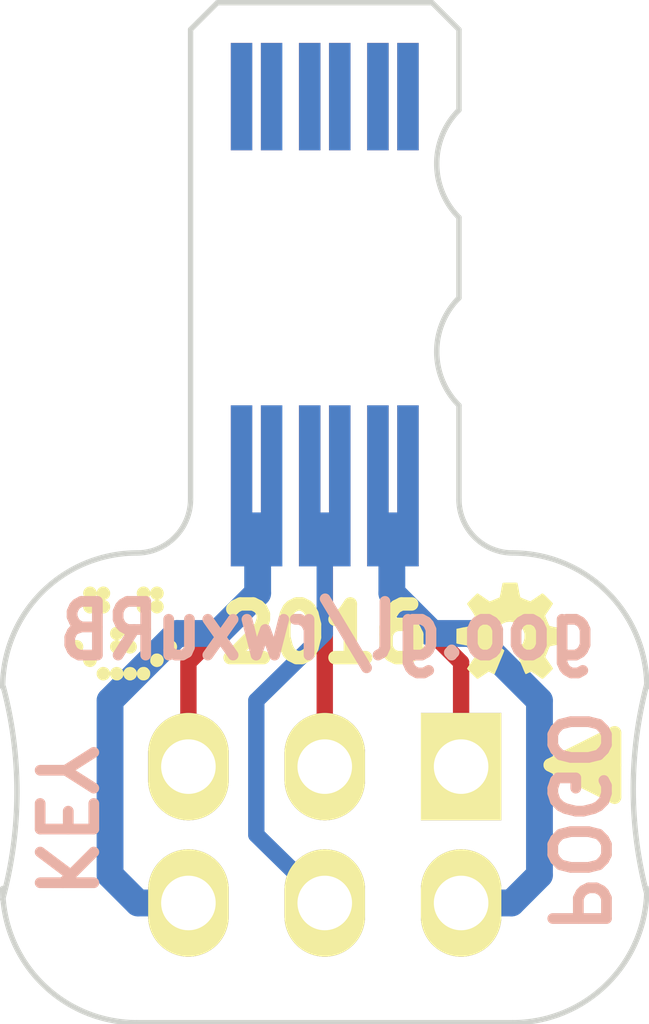
<source format=kicad_pcb>
(kicad_pcb (version 20171130) (host pcbnew "(5.1.0-69-gb00413b7d)")

  (general
    (thickness 1.6)
    (drawings 30)
    (tracks 54)
    (zones 0)
    (modules 4)
    (nets 7)
  )

  (page User 140.005 140.005)
  (title_block
    (title "AVR-ISP pogo-plug 1.27mm")
    (date 2016-01-26)
    (rev 0.21.e)
    (company "2015 - blog.spitzenpfeil.org")
  )

  (layers
    (0 F.Cu signal)
    (31 B.Cu signal)
    (36 B.SilkS user hide)
    (37 F.SilkS user)
    (38 B.Mask user hide)
    (39 F.Mask user hide)
    (44 Edge.Cuts user)
  )

  (setup
    (last_trace_width 0.3048)
    (user_trace_width 0.25)
    (user_trace_width 0.5)
    (user_trace_width 0.75)
    (user_trace_width 1)
    (trace_clearance 0.2032)
    (zone_clearance 0.508)
    (zone_45_only yes)
    (trace_min 0.2032)
    (via_size 0.635)
    (via_drill 0.3302)
    (via_min_size 0.635)
    (via_min_drill 0.3302)
    (uvia_size 0.508)
    (uvia_drill 0.127)
    (uvias_allowed no)
    (uvia_min_size 0.508)
    (uvia_min_drill 0.127)
    (edge_width 0.1)
    (segment_width 0.15)
    (pcb_text_width 0.3)
    (pcb_text_size 1.5 1.5)
    (mod_edge_width 0.1)
    (mod_text_size 1.5 1.5)
    (mod_text_width 0.15)
    (pad_size 1.5 2)
    (pad_drill 1.016)
    (pad_to_mask_clearance 0)
    (aux_axis_origin 0 0)
    (visible_elements 7FFFFFFF)
    (pcbplotparams
      (layerselection 0x010f0_ffffffff)
      (usegerberextensions true)
      (usegerberattributes false)
      (usegerberadvancedattributes false)
      (creategerberjobfile false)
      (excludeedgelayer true)
      (linewidth 0.150000)
      (plotframeref false)
      (viasonmask false)
      (mode 1)
      (useauxorigin false)
      (hpglpennumber 1)
      (hpglpenspeed 20)
      (hpglpendiameter 15.000000)
      (psnegative false)
      (psa4output false)
      (plotreference true)
      (plotvalue true)
      (plotinvisibletext false)
      (padsonsilk false)
      (subtractmaskfromsilk true)
      (outputformat 1)
      (mirror false)
      (drillshape 0)
      (scaleselection 1)
      (outputdirectory "gerber_files/"))
  )

  (net 0 "")
  (net 1 /GND)
  (net 2 /MISO)
  (net 3 /MOSI)
  (net 4 /RESET)
  (net 5 /SCK)
  (net 6 /V-target)

  (net_class Default "This is the default net class."
    (clearance 0.2032)
    (trace_width 0.3048)
    (via_dia 0.635)
    (via_drill 0.3302)
    (uvia_dia 0.508)
    (uvia_drill 0.127)
    (add_net /GND)
    (add_net /MISO)
    (add_net /MOSI)
    (add_net /RESET)
    (add_net /SCK)
    (add_net /V-target)
  )

  (module MADW__PIN_ARRAY_3x2_1.27mm (layer F.Cu) (tedit 56A7B90D) (tstamp 5CE724C7)
    (at 68.5 68)
    (descr "Male 3x2 header with 1.27mm raster")
    (tags "CONN, header, male, 3x2, 1.27mm")
    (path /51A0EE07)
    (clearance 0.15)
    (fp_text reference P2 (at 0 -1) (layer F.SilkS) hide
      (effects (font (size 1 1) (thickness 0.2)))
    )
    (fp_text value CONN_6 (at 0 1) (layer F.SilkS) hide
      (effects (font (size 1 1) (thickness 0.2)))
    )
    (pad ~ smd rect (at -1.55 -3.75) (size 0.4 2) (layers F.Cu F.Mask))
    (pad ~ smd rect (at -0.28 -3.75) (size 0.4 2) (layers F.Cu F.Mask))
    (pad ~ smd rect (at 0.28 -3.75) (size 0.4 2) (layers F.Cu F.Mask))
    (pad ~ smd rect (at -0.99 -3.75) (size 0.4 2) (layers F.Cu F.Mask))
    (pad ~ smd rect (at 0.99 -3.75) (size 0.4 2) (layers F.Cu F.Mask))
    (pad ~ smd rect (at 1.55 -3.75) (size 0.4 2) (layers F.Cu F.Mask))
    (pad ~ smd rect (at -1.55 -3.75) (size 0.4 2) (layers B.Cu F.Mask))
    (pad ~ smd rect (at -0.28 -3.75) (size 0.4 2) (layers B.Cu F.Mask))
    (pad ~ smd rect (at 0.28 -3.75) (size 0.4 2) (layers B.Cu F.Mask))
    (pad ~ smd rect (at -0.99 -3.75) (size 0.4 2) (layers B.Cu F.Mask))
    (pad ~ smd rect (at 0.99 -3.75) (size 0.4 2) (layers B.Cu F.Mask))
    (pad ~ smd rect (at 1.55 -3.75) (size 0.4 2) (layers B.Cu F.Mask))
    (pad 1 smd rect (at 0.99 3.5) (size 0.4 3) (layers F.Cu F.Mask)
      (net 2 /MISO))
    (pad 1 smd rect (at 1.55 3.5) (size 0.4 3) (layers F.Cu F.Mask)
      (net 2 /MISO))
    (pad 1 smd rect (at 1.27 4.4958) (size 0.95 1) (layers F.Cu F.Mask)
      (net 2 /MISO))
    (pad 2 smd rect (at 0.99 3.5) (size 0.4 3) (layers B.Cu F.Mask)
      (net 6 /V-target))
    (pad 2 smd rect (at 1.55 3.5) (size 0.4 3) (layers B.Cu F.Mask)
      (net 6 /V-target))
    (pad 2 smd rect (at 1.27 4.4958) (size 0.95 1) (layers B.Cu B.Mask)
      (net 6 /V-target))
    (pad 3 smd rect (at -0.28 3.5) (size 0.4 3) (layers F.Cu F.Mask)
      (net 5 /SCK))
    (pad 3 smd rect (at 0.28 3.5) (size 0.4 3) (layers F.Cu F.Mask)
      (net 5 /SCK))
    (pad 3 smd rect (at 0 4.4958) (size 0.95 1) (layers F.Cu F.Mask)
      (net 5 /SCK))
    (pad 4 smd rect (at -0.28 3.5) (size 0.4 3) (layers B.Cu F.Mask)
      (net 3 /MOSI))
    (pad 4 smd rect (at 0.28 3.5) (size 0.4 3) (layers B.Cu F.Mask)
      (net 3 /MOSI))
    (pad 4 smd rect (at 0 4.4958) (size 0.95 1) (layers B.Cu B.Mask)
      (net 3 /MOSI))
    (pad 5 smd rect (at -0.99 3.5) (size 0.4 3) (layers F.Cu F.Mask)
      (net 4 /RESET))
    (pad 5 smd rect (at -1.55 3.5) (size 0.4 3) (layers F.Cu F.Mask)
      (net 4 /RESET))
    (pad 5 smd rect (at -1.27 4.4958) (size 0.95 1) (layers F.Cu F.Mask)
      (net 4 /RESET))
    (pad 6 smd rect (at -0.99 3.5) (size 0.4 3) (layers B.Cu F.Mask)
      (net 1 /GND))
    (pad 6 smd rect (at -1.55 3.5) (size 0.4 3) (layers B.Cu F.Mask)
      (net 1 /GND))
    (pad 6 smd rect (at -1.27 4.4958) (size 0.95 1) (layers B.Cu B.Mask)
      (net 1 /GND))
  )

  (module my_parts:MADW__PIN_ARRAY_3x2_2.54mm (layer F.Cu) (tedit 53710501) (tstamp 51A0EF26)
    (at 68.5 78)
    (descr "Male 3x2 header with 2.54mm raster")
    (tags "CONN, header, male, 3x2, 2.54mm")
    (path /51A0EDF8)
    (fp_text reference P1 (at 0 -3.81) (layer F.SilkS) hide
      (effects (font (size 1 1) (thickness 0.2)))
    )
    (fp_text value CONN_6 (at 0 3.81) (layer F.SilkS) hide
      (effects (font (size 1 1) (thickness 0.2)))
    )
    (pad 1 thru_hole rect (at 2.54 -1.27) (size 1.5 2) (drill 1.016) (layers *.Cu *.Mask F.SilkS)
      (net 2 /MISO))
    (pad 2 thru_hole oval (at 2.54 1.27) (size 1.5 2) (drill 1.016) (layers *.Cu *.Mask F.SilkS)
      (net 6 /V-target))
    (pad 3 thru_hole oval (at 0 -1.27) (size 1.5 2) (drill 1.016) (layers *.Cu *.Mask F.SilkS)
      (net 5 /SCK))
    (pad 4 thru_hole oval (at 0 1.27) (size 1.5 2) (drill 1.016) (layers *.Cu *.Mask F.SilkS)
      (net 3 /MOSI))
    (pad 5 thru_hole oval (at -2.54 -1.27) (size 1.5 2) (drill 1.016) (layers *.Cu *.Mask F.SilkS)
      (net 4 /RESET))
    (pad 6 thru_hole oval (at -2.54 1.27) (size 1.5 2) (drill 1.016) (layers *.Cu *.Mask F.SilkS)
      (net 1 /GND))
    (model Pin_Headers/Pin_Header_Angled_2x03.wrl
      (at (xyz 0 0 0))
      (scale (xyz 1 1 1))
      (rotate (xyz 0 0 180))
    )
  )

  (module OSHW-logo_silkscreen_2mm (layer F.Cu) (tedit 51A1020D) (tstamp 51A1C428)
    (at 71.95 74.2)
    (fp_text reference G2 (at 0 1.05918) (layer F.SilkS) hide
      (effects (font (size 0.127 0.127) (thickness 0.01778)))
    )
    (fp_text value OSHW-logo_silkscreen_2mm (at 0 -1.05918) (layer F.SilkS) hide
      (effects (font (size 0.0889 0.0889) (thickness 0.01778)))
    )
    (fp_poly (pts (xy -0.60452 0.89662) (xy -0.59436 0.89154) (xy -0.5715 0.8763) (xy -0.53848 0.85598)
      (xy -0.49784 0.82804) (xy -0.45974 0.80264) (xy -0.42672 0.77978) (xy -0.40386 0.76454)
      (xy -0.3937 0.75946) (xy -0.38862 0.762) (xy -0.37084 0.77216) (xy -0.3429 0.78486)
      (xy -0.32766 0.79248) (xy -0.30226 0.80518) (xy -0.28956 0.80772) (xy -0.28702 0.80264)
      (xy -0.27686 0.78486) (xy -0.26416 0.75184) (xy -0.24384 0.70866) (xy -0.22352 0.65786)
      (xy -0.20066 0.60198) (xy -0.1778 0.5461) (xy -0.15494 0.49276) (xy -0.13462 0.4445)
      (xy -0.11938 0.4064) (xy -0.10922 0.37846) (xy -0.10414 0.3683) (xy -0.10668 0.36576)
      (xy -0.11938 0.35306) (xy -0.1397 0.33782) (xy -0.18796 0.29718) (xy -0.23368 0.23876)
      (xy -0.26416 0.17272) (xy -0.27178 0.09906) (xy -0.26416 0.03302) (xy -0.23876 -0.03048)
      (xy -0.19304 -0.09144) (xy -0.13716 -0.13462) (xy -0.07112 -0.16256) (xy 0 -0.17018)
      (xy 0.06858 -0.16256) (xy 0.13462 -0.13716) (xy 0.19558 -0.09144) (xy 0.21844 -0.0635)
      (xy 0.254 -0.00254) (xy 0.27432 0.05842) (xy 0.27432 0.07366) (xy 0.27178 0.14478)
      (xy 0.25146 0.21336) (xy 0.2159 0.27178) (xy 0.16256 0.32258) (xy 0.15748 0.32766)
      (xy 0.13208 0.34544) (xy 0.11684 0.3556) (xy 0.10414 0.36576) (xy 0.19304 0.58166)
      (xy 0.20828 0.61722) (xy 0.23368 0.67564) (xy 0.254 0.72644) (xy 0.27178 0.76708)
      (xy 0.28448 0.79248) (xy 0.28956 0.80518) (xy 0.29718 0.80518) (xy 0.31242 0.8001)
      (xy 0.3429 0.78486) (xy 0.36322 0.7747) (xy 0.38608 0.76454) (xy 0.39624 0.75946)
      (xy 0.4064 0.76454) (xy 0.42672 0.77978) (xy 0.45974 0.8001) (xy 0.49784 0.8255)
      (xy 0.5334 0.8509) (xy 0.56896 0.87376) (xy 0.59182 0.889) (xy 0.60452 0.89662)
      (xy 0.60706 0.89662) (xy 0.61722 0.889) (xy 0.63754 0.87376) (xy 0.66548 0.84582)
      (xy 0.70612 0.80518) (xy 0.71374 0.8001) (xy 0.74676 0.76454) (xy 0.7747 0.73406)
      (xy 0.79502 0.71374) (xy 0.8001 0.70612) (xy 0.79502 0.69342) (xy 0.77978 0.66802)
      (xy 0.75692 0.635) (xy 0.72898 0.59436) (xy 0.65786 0.49022) (xy 0.6985 0.3937)
      (xy 0.70866 0.36322) (xy 0.7239 0.32766) (xy 0.7366 0.30226) (xy 0.74168 0.28956)
      (xy 0.75184 0.28702) (xy 0.77978 0.2794) (xy 0.81788 0.27178) (xy 0.8636 0.26416)
      (xy 0.90932 0.254) (xy 0.94742 0.24638) (xy 0.9779 0.2413) (xy 0.9906 0.23876)
      (xy 0.99314 0.23622) (xy 0.99568 0.23114) (xy 0.99822 0.21844) (xy 0.99822 0.19304)
      (xy 0.99822 0.15494) (xy 0.99822 0.09906) (xy 0.99822 0.09398) (xy 0.99822 0.04064)
      (xy 0.99822 0) (xy 0.99568 -0.0254) (xy 0.99314 -0.03556) (xy 0.98044 -0.04064)
      (xy 0.9525 -0.04572) (xy 0.9144 -0.05334) (xy 0.86614 -0.0635) (xy 0.8636 -0.0635)
      (xy 0.81534 -0.07112) (xy 0.77724 -0.08128) (xy 0.7493 -0.08636) (xy 0.7366 -0.09144)
      (xy 0.73406 -0.09398) (xy 0.7239 -0.11176) (xy 0.7112 -0.14224) (xy 0.69596 -0.1778)
      (xy 0.68072 -0.21336) (xy 0.66548 -0.24892) (xy 0.65786 -0.27178) (xy 0.65532 -0.28448)
      (xy 0.66294 -0.29464) (xy 0.67818 -0.32004) (xy 0.70104 -0.35306) (xy 0.72898 -0.3937)
      (xy 0.73152 -0.39878) (xy 0.75946 -0.43688) (xy 0.77978 -0.47244) (xy 0.79502 -0.4953)
      (xy 0.8001 -0.50546) (xy 0.8001 -0.508) (xy 0.79248 -0.51816) (xy 0.77216 -0.54102)
      (xy 0.74168 -0.5715) (xy 0.70612 -0.60706) (xy 0.69596 -0.61722) (xy 0.65786 -0.65532)
      (xy 0.62992 -0.68072) (xy 0.61214 -0.69342) (xy 0.60452 -0.6985) (xy 0.60452 -0.69596)
      (xy 0.59182 -0.69088) (xy 0.56642 -0.6731) (xy 0.5334 -0.65024) (xy 0.49276 -0.6223)
      (xy 0.49022 -0.61976) (xy 0.44958 -0.59436) (xy 0.41656 -0.5715) (xy 0.3937 -0.55626)
      (xy 0.38354 -0.54864) (xy 0.381 -0.54864) (xy 0.36576 -0.55372) (xy 0.33528 -0.56388)
      (xy 0.30226 -0.57658) (xy 0.26416 -0.59182) (xy 0.23114 -0.60706) (xy 0.20574 -0.61722)
      (xy 0.19304 -0.62484) (xy 0.18796 -0.64008) (xy 0.18288 -0.67056) (xy 0.17272 -0.7112)
      (xy 0.1651 -0.75946) (xy 0.16256 -0.76708) (xy 0.15494 -0.81534) (xy 0.14732 -0.85344)
      (xy 0.1397 -0.88138) (xy 0.13716 -0.89408) (xy 0.13208 -0.89408) (xy 0.10668 -0.89662)
      (xy 0.07112 -0.89662) (xy 0.02794 -0.89662) (xy -0.01524 -0.89662) (xy -0.05842 -0.89662)
      (xy -0.09652 -0.89408) (xy -0.12192 -0.89408) (xy -0.13462 -0.89154) (xy -0.13462 -0.889)
      (xy -0.1397 -0.8763) (xy -0.14478 -0.84582) (xy -0.15494 -0.80518) (xy -0.16256 -0.75438)
      (xy -0.1651 -0.74676) (xy -0.17272 -0.6985) (xy -0.18288 -0.6604) (xy -0.18796 -0.63246)
      (xy -0.1905 -0.6223) (xy -0.19558 -0.61976) (xy -0.21336 -0.61214) (xy -0.24638 -0.59944)
      (xy -0.28702 -0.58166) (xy -0.37846 -0.5461) (xy -0.49022 -0.6223) (xy -0.50038 -0.62992)
      (xy -0.54102 -0.65786) (xy -0.57404 -0.67818) (xy -0.5969 -0.69342) (xy -0.60706 -0.6985)
      (xy -0.61722 -0.68834) (xy -0.64008 -0.66802) (xy -0.67056 -0.63754) (xy -0.70612 -0.60452)
      (xy -0.73152 -0.57658) (xy -0.762 -0.5461) (xy -0.78232 -0.52578) (xy -0.79248 -0.51054)
      (xy -0.79756 -0.50292) (xy -0.79502 -0.49784) (xy -0.78994 -0.48514) (xy -0.77216 -0.46228)
      (xy -0.7493 -0.42672) (xy -0.72136 -0.38862) (xy -0.6985 -0.35306) (xy -0.67564 -0.3175)
      (xy -0.6604 -0.28956) (xy -0.65278 -0.27686) (xy -0.65532 -0.27178) (xy -0.66294 -0.24892)
      (xy -0.67564 -0.2159) (xy -0.69342 -0.17526) (xy -0.73152 -0.08636) (xy -0.78994 -0.0762)
      (xy -0.8255 -0.06858) (xy -0.8763 -0.06096) (xy -0.92202 -0.0508) (xy -0.99568 -0.03556)
      (xy -0.99822 0.23114) (xy -0.98806 0.23622) (xy -0.97536 0.2413) (xy -0.94996 0.24638)
      (xy -0.90932 0.254) (xy -0.8636 0.26162) (xy -0.8255 0.26924) (xy -0.78486 0.27686)
      (xy -0.75692 0.28194) (xy -0.74422 0.28448) (xy -0.74168 0.28956) (xy -0.73152 0.30988)
      (xy -0.71628 0.34036) (xy -0.70104 0.37592) (xy -0.6858 0.41402) (xy -0.6731 0.44958)
      (xy -0.66294 0.47498) (xy -0.65786 0.49022) (xy -0.66294 0.50038) (xy -0.67818 0.52324)
      (xy -0.70104 0.55626) (xy -0.72644 0.59436) (xy -0.75438 0.635) (xy -0.77724 0.66802)
      (xy -0.79248 0.69342) (xy -0.8001 0.70358) (xy -0.79502 0.7112) (xy -0.77978 0.72898)
      (xy -0.75184 0.75946) (xy -0.70612 0.80518) (xy -0.6985 0.81026) (xy -0.66548 0.84582)
      (xy -0.635 0.87122) (xy -0.61468 0.89154) (xy -0.60452 0.89662)) (layer F.SilkS) (width 0.00254))
  )

  (module LED_smile_silkscreen_2mm (layer F.Cu) (tedit 51A10207) (tstamp 51A16246)
    (at 64.75 74.25)
    (fp_text reference G1 (at 0 1.15062) (layer F.SilkS) hide
      (effects (font (size 0.127 0.127) (thickness 0.00508)))
    )
    (fp_text value LED_smile_silkscreen_2mm (at 0 -1.15062) (layer F.SilkS) hide
      (effects (font (size 0.0254 0.0254) (thickness 0.00508)))
    )
    (fp_poly (pts (xy 0.37592 0.87376) (xy 0.40132 0.87122) (xy 0.42418 0.8636) (xy 0.43434 0.85852)
      (xy 0.4572 0.84328) (xy 0.47244 0.8255) (xy 0.48514 0.80264) (xy 0.4953 0.77978)
      (xy 0.49784 0.75692) (xy 0.49784 0.73152) (xy 0.49276 0.70612) (xy 0.48006 0.68326)
      (xy 0.47244 0.6731) (xy 0.46228 0.66294) (xy 0.45212 0.65024) (xy 0.44196 0.64262)
      (xy 0.43688 0.64008) (xy 0.41656 0.62992) (xy 0.3937 0.62484) (xy 0.3683 0.62484)
      (xy 0.36068 0.62484) (xy 0.34544 0.62738) (xy 0.33528 0.62992) (xy 0.32004 0.635)
      (xy 0.30734 0.64262) (xy 0.28702 0.6604) (xy 0.26924 0.68072) (xy 0.25654 0.70358)
      (xy 0.254 0.71374) (xy 0.25146 0.72644) (xy 0.24892 0.73406) (xy 0.24892 0.7366)
      (xy 0.24892 0.73152) (xy 0.24384 0.71374) (xy 0.23876 0.6985) (xy 0.23114 0.68326)
      (xy 0.2159 0.66548) (xy 0.19812 0.6477) (xy 0.17526 0.635) (xy 0.14986 0.62738)
      (xy 0.12446 0.62484) (xy 0.11684 0.62484) (xy 0.09906 0.62738) (xy 0.07874 0.63246)
      (xy 0.0762 0.63246) (xy 0.05334 0.64516) (xy 0.03556 0.6604) (xy 0.02032 0.68072)
      (xy 0.00762 0.70104) (xy 0.00254 0.7239) (xy 0 0.7239) (xy 0 0.72898)
      (xy 0 0.73152) (xy 0 0.72898) (xy -0.00254 0.7239) (xy -0.00254 0.72136)
      (xy -0.01016 0.6985) (xy -0.02032 0.67818) (xy -0.0381 0.65786) (xy -0.05334 0.64516)
      (xy -0.07366 0.635) (xy -0.09906 0.62738) (xy -0.12446 0.62484) (xy -0.14224 0.62484)
      (xy -0.16764 0.63246) (xy -0.1905 0.64262) (xy -0.21082 0.65786) (xy -0.22606 0.67818)
      (xy -0.2286 0.68072) (xy -0.23368 0.69088) (xy -0.23876 0.6985) (xy -0.2413 0.70358)
      (xy -0.24384 0.71628) (xy -0.24638 0.72644) (xy -0.24892 0.73406) (xy -0.24892 0.7366)
      (xy -0.24892 0.73152) (xy -0.25146 0.71628) (xy -0.25908 0.70104) (xy -0.2667 0.6858)
      (xy -0.28194 0.66548) (xy -0.29972 0.6477) (xy -0.32258 0.635) (xy -0.34798 0.62738)
      (xy -0.37338 0.62484) (xy -0.39624 0.62484) (xy -0.42164 0.63246) (xy -0.44196 0.64516)
      (xy -0.46228 0.66294) (xy -0.47244 0.6731) (xy -0.4826 0.6858) (xy -0.49022 0.70358)
      (xy -0.4953 0.71628) (xy -0.49784 0.74168) (xy -0.49784 0.76454) (xy -0.49276 0.7874)
      (xy -0.4826 0.81026) (xy -0.4699 0.83058) (xy -0.45212 0.84582) (xy -0.4318 0.86106)
      (xy -0.40894 0.86868) (xy -0.38354 0.87376) (xy -0.381 0.87376) (xy -0.3556 0.87376)
      (xy -0.33274 0.86614) (xy -0.30988 0.85598) (xy -0.29972 0.8509) (xy -0.28448 0.83566)
      (xy -0.26924 0.81788) (xy -0.25908 0.8001) (xy -0.25654 0.79248) (xy -0.254 0.78232)
      (xy -0.25146 0.76962) (xy -0.24892 0.762) (xy -0.24892 0.75692) (xy -0.24892 0.762)
      (xy -0.24892 0.76708) (xy -0.24638 0.77724) (xy -0.2413 0.78994) (xy -0.23876 0.8001)
      (xy -0.23114 0.8128) (xy -0.2159 0.83312) (xy -0.19812 0.84836) (xy -0.17526 0.8636)
      (xy -0.14986 0.87122) (xy -0.14732 0.87122) (xy -0.12954 0.87376) (xy -0.11176 0.87376)
      (xy -0.09398 0.87122) (xy -0.07874 0.86614) (xy -0.05588 0.85344) (xy -0.03302 0.83566)
      (xy -0.01778 0.81788) (xy -0.00762 0.79502) (xy -0.00254 0.7747) (xy 0 0.7747)
      (xy 0 0.76708) (xy 0 0.76454) (xy 0 0.76708) (xy 0 0.77216)
      (xy 0 0.7747) (xy 0.00508 0.7874) (xy 0.01016 0.8001) (xy 0.01778 0.81534)
      (xy 0.02794 0.83058) (xy 0.04826 0.84836) (xy 0.06858 0.86106) (xy 0.09398 0.87122)
      (xy 0.09906 0.87122) (xy 0.1143 0.87376) (xy 0.13462 0.87376) (xy 0.14986 0.87122)
      (xy 0.16256 0.86614) (xy 0.18796 0.85598) (xy 0.20828 0.84074) (xy 0.22606 0.82296)
      (xy 0.23876 0.8001) (xy 0.2413 0.79248) (xy 0.24384 0.78232) (xy 0.24638 0.76962)
      (xy 0.24892 0.762) (xy 0.24892 0.76708) (xy 0.254 0.78232) (xy 0.25908 0.8001)
      (xy 0.2667 0.8128) (xy 0.26924 0.81788) (xy 0.28702 0.8382) (xy 0.30734 0.85344)
      (xy 0.32766 0.86614) (xy 0.35052 0.87122) (xy 0.37592 0.87376)) (layer F.SilkS) (width 0.00254))
    (fp_poly (pts (xy -0.63246 0.62484) (xy -0.61722 0.6223) (xy -0.60198 0.6223) (xy -0.5842 0.61722)
      (xy -0.56134 0.60706) (xy -0.54102 0.59182) (xy -0.52324 0.57404) (xy -0.51054 0.55118)
      (xy -0.50292 0.52832) (xy -0.49784 0.50292) (xy -0.50038 0.47752) (xy -0.508 0.45466)
      (xy -0.51816 0.4318) (xy -0.5334 0.41148) (xy -0.55372 0.3937) (xy -0.56134 0.39116)
      (xy -0.5842 0.381) (xy -0.6096 0.37338) (xy -0.635 0.37338) (xy -0.6604 0.37846)
      (xy -0.68072 0.38862) (xy -0.70358 0.40132) (xy -0.72136 0.42164) (xy -0.7366 0.44196)
      (xy -0.74422 0.46736) (xy -0.74676 0.48006) (xy -0.7493 0.49784) (xy -0.7493 0.51308)
      (xy -0.74676 0.52578) (xy -0.74422 0.53086) (xy -0.73406 0.55626) (xy -0.72136 0.57912)
      (xy -0.70104 0.5969) (xy -0.67818 0.61214) (xy -0.66802 0.61468) (xy -0.65278 0.61976)
      (xy -0.64008 0.6223) (xy -0.63246 0.62484)) (layer F.SilkS) (width 0.00254))
    (fp_poly (pts (xy 0.62738 0.62484) (xy 0.65278 0.61976) (xy 0.67818 0.61214) (xy 0.70104 0.5969)
      (xy 0.70612 0.59436) (xy 0.72136 0.57658) (xy 0.7366 0.55372) (xy 0.74422 0.52832)
      (xy 0.74676 0.51562) (xy 0.7493 0.50038) (xy 0.7493 0.48514) (xy 0.74676 0.47244)
      (xy 0.74422 0.46482) (xy 0.73406 0.43942) (xy 0.72136 0.4191) (xy 0.70104 0.40132)
      (xy 0.68072 0.38862) (xy 0.65786 0.37846) (xy 0.62992 0.37338) (xy 0.6223 0.37338)
      (xy 0.5969 0.37592) (xy 0.5715 0.38354) (xy 0.55118 0.39624) (xy 0.5334 0.41402)
      (xy 0.51816 0.4318) (xy 0.508 0.45466) (xy 0.50038 0.47752) (xy 0.50038 0.50546)
      (xy 0.50038 0.5207) (xy 0.50292 0.5334) (xy 0.508 0.54864) (xy 0.51816 0.56642)
      (xy 0.53594 0.58674) (xy 0.55372 0.60198) (xy 0.57658 0.61468) (xy 0.60198 0.6223)
      (xy 0.62738 0.62484)) (layer F.SilkS) (width 0.00254))
    (fp_poly (pts (xy -0.88138 0.37338) (xy -0.8636 0.37338) (xy -0.84836 0.37084) (xy -0.83058 0.36576)
      (xy -0.80772 0.35306) (xy -0.78486 0.33782) (xy -0.77216 0.32258) (xy -0.75946 0.29972)
      (xy -0.75184 0.27432) (xy -0.7493 0.2667) (xy -0.7493 0.25146) (xy -0.7493 0.23622)
      (xy -0.75184 0.22352) (xy -0.75438 0.2159) (xy -0.762 0.1905) (xy -0.77724 0.17018)
      (xy -0.79502 0.14986) (xy -0.81788 0.13716) (xy -0.82804 0.13208) (xy -0.84328 0.127)
      (xy -0.85852 0.12446) (xy -0.87884 0.12446) (xy -0.889 0.12446) (xy -0.90424 0.127)
      (xy -0.91694 0.12954) (xy -0.92964 0.13716) (xy -0.93726 0.14224) (xy -0.95758 0.15748)
      (xy -0.97536 0.17526) (xy -0.98806 0.19812) (xy -0.99568 0.22352) (xy -0.99822 0.23114)
      (xy -0.99822 0.24384) (xy -0.99822 0.25908) (xy -0.99568 0.27432) (xy -0.99568 0.28194)
      (xy -0.98552 0.30734) (xy -0.97028 0.32766) (xy -0.9525 0.34544) (xy -0.92964 0.36068)
      (xy -0.90424 0.37084) (xy -0.89662 0.37084) (xy -0.88138 0.37338)) (layer F.SilkS) (width 0.00254))
    (fp_poly (pts (xy 0.12192 0.37338) (xy 0.14478 0.37084) (xy 0.17018 0.36576) (xy 0.18288 0.35814)
      (xy 0.20574 0.3429) (xy 0.22352 0.32512) (xy 0.23622 0.30226) (xy 0.24384 0.2794)
      (xy 0.24638 0.27432) (xy 0.24892 0.254) (xy 0.24892 0.23368) (xy 0.24384 0.21336)
      (xy 0.23368 0.18796) (xy 0.21844 0.16764) (xy 0.20066 0.14986) (xy 0.1778 0.13716)
      (xy 0.1524 0.127) (xy 0.13716 0.12192) (xy 0.14478 0.12192) (xy 0.14732 0.12192)
      (xy 0.1651 0.11684) (xy 0.18288 0.10922) (xy 0.20066 0.09652) (xy 0.2032 0.09398)
      (xy 0.22098 0.0762) (xy 0.23622 0.05588) (xy 0.24384 0.03302) (xy 0.24892 0.00762)
      (xy 0.24892 -0.01524) (xy 0.2413 -0.0381) (xy 0.23114 -0.0635) (xy 0.2159 -0.08382)
      (xy 0.19558 -0.1016) (xy 0.17526 -0.11176) (xy 0.1524 -0.11938) (xy 0.12954 -0.12446)
      (xy 0.10414 -0.12192) (xy 0.08128 -0.11684) (xy 0.05842 -0.10414) (xy 0.0381 -0.0889)
      (xy 0.02794 -0.07874) (xy 0.01524 -0.05842) (xy 0.00508 -0.04064) (xy 0 -0.02032)
      (xy 0 -0.01778) (xy 0 -0.01524) (xy 0 -0.02032) (xy -0.00508 -0.0381)
      (xy -0.0127 -0.05588) (xy -0.02286 -0.07366) (xy -0.03048 -0.08128) (xy -0.04826 -0.09906)
      (xy -0.07112 -0.11176) (xy -0.09398 -0.11938) (xy -0.11938 -0.12446) (xy -0.14478 -0.12192)
      (xy -0.16002 -0.11938) (xy -0.18542 -0.10922) (xy -0.20574 -0.09398) (xy -0.22352 -0.0762)
      (xy -0.23622 -0.05334) (xy -0.24638 -0.02794) (xy -0.24638 -0.01524) (xy -0.24892 0.00762)
      (xy -0.24384 0.03302) (xy -0.23622 0.05588) (xy -0.22098 0.0762) (xy -0.2032 0.09398)
      (xy -0.18034 0.10922) (xy -0.17018 0.1143) (xy -0.16002 0.11938) (xy -0.14986 0.12192)
      (xy -0.1397 0.12192) (xy -0.1397 0.12446) (xy -0.14478 0.12446) (xy -0.15748 0.12954)
      (xy -0.17526 0.13462) (xy -0.18796 0.14224) (xy -0.19558 0.14732) (xy -0.21336 0.16256)
      (xy -0.2286 0.18034) (xy -0.23876 0.19812) (xy -0.24638 0.21844) (xy -0.24892 0.2413)
      (xy -0.24892 0.26416) (xy -0.24638 0.2667) (xy -0.2413 0.29464) (xy -0.2286 0.3175)
      (xy -0.21082 0.33782) (xy -0.19812 0.35052) (xy -0.17526 0.36322) (xy -0.14986 0.37084)
      (xy -0.14224 0.37338) (xy -0.127 0.37338) (xy -0.1143 0.37338) (xy -0.09906 0.37084)
      (xy -0.0889 0.3683) (xy -0.08128 0.36576) (xy -0.05842 0.3556) (xy -0.03556 0.33782)
      (xy -0.02032 0.3175) (xy -0.0127 0.30734) (xy -0.00508 0.2921) (xy -0.00254 0.27432)
      (xy 0 0.27432) (xy 0 0.2667) (xy 0 0.26416) (xy 0 0.23114)
      (xy 0 0.2286) (xy -0.00254 0.22352) (xy -0.00254 0.22098) (xy -0.01016 0.19812)
      (xy -0.02032 0.1778) (xy -0.0381 0.16002) (xy -0.05588 0.14478) (xy -0.0762 0.13208)
      (xy -0.07874 0.13208) (xy -0.0889 0.12954) (xy -0.09906 0.127) (xy -0.11176 0.12446)
      (xy -0.1016 0.12192) (xy -0.08636 0.11684) (xy -0.0635 0.10922) (xy -0.04318 0.09398)
      (xy -0.0254 0.0762) (xy -0.0127 0.05588) (xy -0.00762 0.04572) (xy -0.00254 0.03302)
      (xy 0 0.02032) (xy 0 0.01778) (xy 0 0.01524) (xy 0 0.02032)
      (xy 0.00254 0.03048) (xy 0.00762 0.04318) (xy 0.0127 0.05588) (xy 0.02032 0.06858)
      (xy 0.03556 0.0889) (xy 0.05588 0.10414) (xy 0.07874 0.1143) (xy 0.1016 0.12192)
      (xy 0.11176 0.12446) (xy 0.1016 0.127) (xy 0.09906 0.127) (xy 0.0889 0.12954)
      (xy 0.0762 0.13208) (xy 0.0762 0.13462) (xy 0.05334 0.14478) (xy 0.03556 0.16002)
      (xy 0.02032 0.18034) (xy 0.00762 0.20066) (xy 0.00254 0.22352) (xy 0 0.22352)
      (xy 0 0.2286) (xy 0 0.23114) (xy 0 0.26416) (xy 0 0.26924)
      (xy 0.00254 0.27432) (xy 0.00508 0.2921) (xy 0.01524 0.31242) (xy 0.03048 0.33274)
      (xy 0.0508 0.35052) (xy 0.07112 0.36322) (xy 0.09652 0.37084) (xy 0.12192 0.37338)) (layer F.SilkS) (width 0.00254))
    (fp_poly (pts (xy 0.8636 0.37338) (xy 0.88392 0.37338) (xy 0.90424 0.37084) (xy 0.9144 0.36576)
      (xy 0.9398 0.3556) (xy 0.96012 0.34036) (xy 0.97536 0.32258) (xy 0.98806 0.29972)
      (xy 0.99568 0.27432) (xy 0.99822 0.24892) (xy 0.99822 0.23876) (xy 0.99314 0.21336)
      (xy 0.98298 0.18796) (xy 0.96774 0.1651) (xy 0.96266 0.16256) (xy 0.94488 0.14732)
      (xy 0.92456 0.13462) (xy 0.90424 0.127) (xy 0.9017 0.127) (xy 0.88392 0.12446)
      (xy 0.8636 0.12446) (xy 0.84582 0.127) (xy 0.8382 0.12954) (xy 0.81534 0.1397)
      (xy 0.79248 0.1524) (xy 0.77724 0.17018) (xy 0.762 0.1905) (xy 0.75438 0.21336)
      (xy 0.7493 0.23876) (xy 0.7493 0.26416) (xy 0.75438 0.28956) (xy 0.76454 0.30734)
      (xy 0.77724 0.32766) (xy 0.79756 0.34798) (xy 0.81788 0.36068) (xy 0.84328 0.37084)
      (xy 0.84582 0.37084) (xy 0.8636 0.37338)) (layer F.SilkS) (width 0.00254))
    (fp_poly (pts (xy -0.37084 -0.37338) (xy -0.34544 -0.37592) (xy -0.32004 -0.38608) (xy -0.30988 -0.39116)
      (xy -0.29972 -0.39878) (xy -0.28702 -0.40894) (xy -0.27432 -0.42418) (xy -0.26162 -0.4445)
      (xy -0.25146 -0.4699) (xy -0.25146 -0.47498) (xy -0.24892 -0.49276) (xy -0.24892 -0.51054)
      (xy -0.25146 -0.52578) (xy -0.25908 -0.5461) (xy -0.26924 -0.56896) (xy -0.28448 -0.58674)
      (xy -0.28702 -0.58928) (xy -0.29972 -0.59944) (xy -0.31242 -0.60706) (xy -0.32512 -0.61468)
      (xy -0.3302 -0.61468) (xy -0.34036 -0.61976) (xy -0.35052 -0.6223) (xy -0.35814 -0.6223)
      (xy -0.36068 -0.6223) (xy -0.3556 -0.62484) (xy -0.35052 -0.62484) (xy -0.3429 -0.62738)
      (xy -0.33274 -0.62992) (xy -0.31496 -0.64008) (xy -0.29718 -0.65024) (xy -0.28194 -0.66294)
      (xy -0.2794 -0.66802) (xy -0.26416 -0.68834) (xy -0.254 -0.7112) (xy -0.24892 -0.7366)
      (xy -0.24892 -0.762) (xy -0.24892 -0.76708) (xy -0.25654 -0.79248) (xy -0.26924 -0.81534)
      (xy -0.28702 -0.8382) (xy -0.30226 -0.8509) (xy -0.32258 -0.8636) (xy -0.34798 -0.87122)
      (xy -0.35306 -0.87122) (xy -0.3683 -0.87376) (xy -0.38608 -0.87376) (xy -0.40132 -0.87122)
      (xy -0.41656 -0.86614) (xy -0.43942 -0.85598) (xy -0.45974 -0.84074) (xy -0.47498 -0.82042)
      (xy -0.48768 -0.8001) (xy -0.4953 -0.7747) (xy -0.49784 -0.77216) (xy -0.49784 -0.76708)
      (xy -0.50038 -0.76454) (xy -0.50038 -0.76708) (xy -0.50038 -0.77216) (xy -0.50292 -0.78232)
      (xy -0.508 -0.79248) (xy -0.51054 -0.80264) (xy -0.51562 -0.81026) (xy -0.53086 -0.83312)
      (xy -0.54864 -0.8509) (xy -0.5715 -0.8636) (xy -0.5969 -0.87122) (xy -0.6223 -0.87376)
      (xy -0.64262 -0.87122) (xy -0.66802 -0.86614) (xy -0.68834 -0.85598) (xy -0.70104 -0.84582)
      (xy -0.72136 -0.82804) (xy -0.73406 -0.80772) (xy -0.74422 -0.78486) (xy -0.7493 -0.75946)
      (xy -0.7493 -0.73406) (xy -0.74168 -0.7112) (xy -0.73152 -0.6858) (xy -0.71628 -0.66548)
      (xy -0.6985 -0.6477) (xy -0.67564 -0.635) (xy -0.65024 -0.62738) (xy -0.635 -0.6223)
      (xy -0.64516 -0.6223) (xy -0.65024 -0.6223) (xy -0.67056 -0.61468) (xy -0.68834 -0.60452)
      (xy -0.70866 -0.59182) (xy -0.72136 -0.57658) (xy -0.73152 -0.56388) (xy -0.73914 -0.5461)
      (xy -0.74422 -0.52832) (xy -0.74676 -0.51562) (xy -0.7493 -0.50038) (xy -0.7493 -0.48514)
      (xy -0.74676 -0.47244) (xy -0.74168 -0.4572) (xy -0.72898 -0.4318) (xy -0.71374 -0.41148)
      (xy -0.69342 -0.39624) (xy -0.67056 -0.38354) (xy -0.64516 -0.37592) (xy -0.63754 -0.37338)
      (xy -0.6223 -0.37338) (xy -0.60706 -0.37592) (xy -0.59182 -0.37846) (xy -0.58166 -0.381)
      (xy -0.5588 -0.39116) (xy -0.53848 -0.4064) (xy -0.5207 -0.42672) (xy -0.508 -0.44958)
      (xy -0.50038 -0.47498) (xy -0.50038 -0.4826) (xy -0.49784 -0.48006) (xy -0.49784 -0.51562)
      (xy -0.50038 -0.51562) (xy -0.50038 -0.5207) (xy -0.50038 -0.52324) (xy -0.50546 -0.53848)
      (xy -0.51308 -0.55626) (xy -0.52324 -0.57404) (xy -0.53086 -0.58166) (xy -0.55118 -0.59944)
      (xy -0.57404 -0.61214) (xy -0.59944 -0.6223) (xy -0.6096 -0.62484) (xy -0.60198 -0.62484)
      (xy -0.59436 -0.62738) (xy -0.58674 -0.62992) (xy -0.58166 -0.62992) (xy -0.5588 -0.64262)
      (xy -0.53848 -0.65786) (xy -0.5207 -0.67564) (xy -0.51054 -0.6985) (xy -0.50038 -0.72136)
      (xy -0.50038 -0.72898) (xy -0.49784 -0.73152) (xy -0.49784 -0.72898) (xy -0.4953 -0.72136)
      (xy -0.49276 -0.70866) (xy -0.48514 -0.69342) (xy -0.47752 -0.68072) (xy -0.47244 -0.67056)
      (xy -0.45974 -0.6604) (xy -0.44704 -0.6477) (xy -0.43688 -0.64008) (xy -0.43434 -0.64008)
      (xy -0.41656 -0.63246) (xy -0.39624 -0.62484) (xy -0.38608 -0.62484) (xy -0.39624 -0.6223)
      (xy -0.4191 -0.61468) (xy -0.44196 -0.60452) (xy -0.46228 -0.58928) (xy -0.47752 -0.56896)
      (xy -0.48006 -0.56388) (xy -0.48768 -0.55118) (xy -0.49276 -0.53848) (xy -0.4953 -0.52578)
      (xy -0.49784 -0.51816) (xy -0.49784 -0.51562) (xy -0.49784 -0.48006) (xy -0.49784 -0.47498)
      (xy -0.4953 -0.46736) (xy -0.49276 -0.45974) (xy -0.48768 -0.44704) (xy -0.47498 -0.42672)
      (xy -0.45974 -0.4064) (xy -0.43942 -0.3937) (xy -0.41656 -0.381) (xy -0.3937 -0.37592)
      (xy -0.37084 -0.37338)) (layer F.SilkS) (width 0.00254))
    (fp_poly (pts (xy 0.381 -0.37338) (xy 0.40386 -0.37846) (xy 0.42926 -0.38608) (xy 0.44958 -0.39878)
      (xy 0.46736 -0.41656) (xy 0.4826 -0.43688) (xy 0.49276 -0.45974) (xy 0.4953 -0.46736)
      (xy 0.49784 -0.47498) (xy 0.49784 -0.47752) (xy 0.49784 -0.4826) (xy 0.49784 -0.51562)
      (xy 0.49784 -0.5207) (xy 0.4953 -0.52832) (xy 0.49022 -0.54356) (xy 0.48006 -0.56642)
      (xy 0.46482 -0.5842) (xy 0.4445 -0.60198) (xy 0.42418 -0.61468) (xy 0.39878 -0.6223)
      (xy 0.38608 -0.62484) (xy 0.39624 -0.62484) (xy 0.41656 -0.63246) (xy 0.43688 -0.64008)
      (xy 0.4445 -0.64516) (xy 0.4572 -0.65532) (xy 0.4699 -0.66802) (xy 0.47752 -0.68072)
      (xy 0.48514 -0.69088) (xy 0.49276 -0.70612) (xy 0.4953 -0.72136) (xy 0.49784 -0.72898)
      (xy 0.49784 -0.73152) (xy 0.50038 -0.72898) (xy 0.50038 -0.72136) (xy 0.50546 -0.70612)
      (xy 0.51816 -0.68326) (xy 0.5334 -0.66294) (xy 0.55372 -0.64516) (xy 0.57658 -0.63246)
      (xy 0.60198 -0.62484) (xy 0.6096 -0.62484) (xy 0.59944 -0.6223) (xy 0.58674 -0.61722)
      (xy 0.56388 -0.60706) (xy 0.54102 -0.59182) (xy 0.52324 -0.57404) (xy 0.51816 -0.56642)
      (xy 0.51308 -0.55372) (xy 0.50546 -0.54102) (xy 0.50292 -0.5334) (xy 0.50038 -0.52324)
      (xy 0.50038 -0.51816) (xy 0.49784 -0.51562) (xy 0.49784 -0.4826) (xy 0.50038 -0.48006)
      (xy 0.50038 -0.47498) (xy 0.50292 -0.46482) (xy 0.51054 -0.44704) (xy 0.5207 -0.42926)
      (xy 0.52832 -0.4191) (xy 0.5461 -0.40132) (xy 0.56896 -0.38608) (xy 0.59436 -0.37846)
      (xy 0.60452 -0.37592) (xy 0.6223 -0.37338) (xy 0.64008 -0.37592) (xy 0.65532 -0.37846)
      (xy 0.68072 -0.38862) (xy 0.70358 -0.40132) (xy 0.72136 -0.42164) (xy 0.7366 -0.44196)
      (xy 0.74422 -0.46736) (xy 0.74676 -0.48006) (xy 0.7493 -0.49784) (xy 0.74676 -0.51308)
      (xy 0.74422 -0.52832) (xy 0.74168 -0.54356) (xy 0.73152 -0.56134) (xy 0.72136 -0.57658)
      (xy 0.7112 -0.58928) (xy 0.69596 -0.60198) (xy 0.67818 -0.61214) (xy 0.6731 -0.61468)
      (xy 0.6604 -0.61722) (xy 0.65024 -0.6223) (xy 0.64008 -0.6223) (xy 0.64262 -0.62484)
      (xy 0.65024 -0.62738) (xy 0.66548 -0.62992) (xy 0.68072 -0.63754) (xy 0.69342 -0.64516)
      (xy 0.6985 -0.6477) (xy 0.71374 -0.66294) (xy 0.72898 -0.68072) (xy 0.73914 -0.6985)
      (xy 0.74168 -0.70866) (xy 0.74676 -0.73152) (xy 0.7493 -0.75946) (xy 0.74422 -0.78232)
      (xy 0.74168 -0.78994) (xy 0.73152 -0.8128) (xy 0.71628 -0.83312) (xy 0.6985 -0.8509)
      (xy 0.67564 -0.8636) (xy 0.65024 -0.87122) (xy 0.6477 -0.87122) (xy 0.62992 -0.87376)
      (xy 0.61214 -0.87376) (xy 0.59436 -0.87122) (xy 0.59182 -0.86868) (xy 0.56642 -0.86106)
      (xy 0.54356 -0.84582) (xy 0.52578 -0.8255) (xy 0.51054 -0.80264) (xy 0.508 -0.79756)
      (xy 0.50546 -0.78486) (xy 0.50038 -0.7747) (xy 0.50038 -0.76708) (xy 0.50038 -0.76454)
      (xy 0.49784 -0.76708) (xy 0.4953 -0.7747) (xy 0.49276 -0.79248) (xy 0.48006 -0.8128)
      (xy 0.46482 -0.83312) (xy 0.44704 -0.8509) (xy 0.42418 -0.8636) (xy 0.40132 -0.87122)
      (xy 0.37592 -0.87376) (xy 0.35052 -0.87122) (xy 0.32766 -0.86614) (xy 0.31496 -0.85852)
      (xy 0.2921 -0.84328) (xy 0.27432 -0.8255) (xy 0.26162 -0.80264) (xy 0.25146 -0.77978)
      (xy 0.25146 -0.7747) (xy 0.24892 -0.75438) (xy 0.24892 -0.73406) (xy 0.254 -0.7112)
      (xy 0.26416 -0.68834) (xy 0.2794 -0.66548) (xy 0.29972 -0.6477) (xy 0.32258 -0.635)
      (xy 0.34798 -0.62738) (xy 0.35306 -0.62484) (xy 0.35814 -0.6223) (xy 0.35052 -0.6223)
      (xy 0.33528 -0.61722) (xy 0.32004 -0.61214) (xy 0.3048 -0.60198) (xy 0.2921 -0.59182)
      (xy 0.27432 -0.57404) (xy 0.25908 -0.55118) (xy 0.25908 -0.5461) (xy 0.25146 -0.52324)
      (xy 0.24892 -0.49784) (xy 0.25146 -0.4699) (xy 0.25908 -0.44704) (xy 0.2667 -0.43434)
      (xy 0.27432 -0.42418) (xy 0.28448 -0.41148) (xy 0.3048 -0.3937) (xy 0.32766 -0.38354)
      (xy 0.35306 -0.37592) (xy 0.3556 -0.37592) (xy 0.381 -0.37338)) (layer F.SilkS) (width 0.00254))
  )

  (gr_arc (start 81.912468 77.146715) (end 74.512468 75.146715) (angle -29.88662428) (layer Edge.Cuts) (width 0.1) (tstamp 5CE6E2C5))
  (gr_arc (start 55.1 77.2) (end 62.5 79.2) (angle -29.88662428) (layer Edge.Cuts) (width 0.1))
  (gr_line (start 65 81.5) (end 72 81.5) (layer Edge.Cuts) (width 0.1))
  (gr_line (start 73.4 76.8) (end 73.8 76.9) (angle 90) (layer F.SilkS) (width 0.25))
  (gr_line (start 73.1 76.8) (end 73.8 77.1) (angle 90) (layer F.SilkS) (width 0.25))
  (gr_line (start 73.8 76.5) (end 73.5 76.6) (angle 90) (layer F.SilkS) (width 0.25))
  (gr_line (start 73.1 76.7) (end 73.8 76.3) (angle 90) (layer F.SilkS) (width 0.25))
  (gr_line (start 72.7 76.7) (end 73.9 76.7) (angle 90) (layer F.SilkS) (width 0.25))
  (gr_line (start 73.9 77.3) (end 72.7 76.7) (angle 90) (layer F.SilkS) (width 0.25))
  (gr_line (start 73.9 76.1) (end 73.9 77.3) (angle 90) (layer F.SilkS) (width 0.25))
  (gr_line (start 72.7 76.7) (end 73.9 76.1) (angle 90) (layer F.SilkS) (width 0.25))
  (gr_line (start 66 63) (end 66 71.75) (angle 90) (layer Edge.Cuts) (width 0.1))
  (gr_line (start 66.5 62.5) (end 70.5 62.5) (angle 90) (layer Edge.Cuts) (width 0.1))
  (gr_line (start 66.5 62.5) (end 66 63) (angle 90) (layer Edge.Cuts) (width 0.1))
  (gr_line (start 71 70) (end 71 71.75) (angle 90) (layer Edge.Cuts) (width 0.1) (tstamp 5CE7219E))
  (gr_line (start 71 66.5) (end 71 68) (angle 90) (layer Edge.Cuts) (width 0.1) (tstamp 5CE7218C))
  (gr_arc (start 72 69) (end 71 70) (angle 90) (layer Edge.Cuts) (width 0.1) (tstamp 5CE72195))
  (gr_line (start 71 63) (end 71 64.5) (angle 90) (layer Edge.Cuts) (width 0.1) (tstamp 5CE72189))
  (gr_arc (start 72 65.5) (end 71 66.5) (angle 90) (layer Edge.Cuts) (width 0.1) (tstamp 5CE7219B))
  (gr_text POGO (at 73.2 77.75 270) (layer B.SilkS)
    (effects (font (size 1 1) (thickness 0.2)) (justify mirror))
  )
  (gr_text KEY (at 63.65 77.75 270) (layer B.SilkS)
    (effects (font (size 1 1) (thickness 0.2)) (justify mirror))
  )
  (gr_text goo.gl/rwxuRB (at 68.55 74.2) (layer B.SilkS) (tstamp 5CE72186)
    (effects (font (size 1 0.9) (thickness 0.2)) (justify mirror))
  )
  (gr_line (start 70.5 62.5) (end 71 63) (angle 90) (layer Edge.Cuts) (width 0.1) (tstamp 5CE72198))
  (gr_arc (start 65 71.75) (end 66 71.75) (angle 90) (layer Edge.Cuts) (width 0.1))
  (gr_arc (start 72 71.75) (end 72 72.75) (angle 90) (layer Edge.Cuts) (width 0.1) (tstamp 5CE72192))
  (gr_arc (start 65 75.25) (end 62.5 75.25) (angle 90) (layer Edge.Cuts) (width 0.1) (tstamp 52567E06))
  (gr_arc (start 72 75.25) (end 72 72.75) (angle 90) (layer Edge.Cuts) (width 0.1) (tstamp 5CE7218F))
  (gr_arc (start 65 79) (end 65 81.5) (angle 90) (layer Edge.Cuts) (width 0.1) (tstamp 52567DEF))
  (gr_arc (start 72 79) (end 74.5 79) (angle 90) (layer Edge.Cuts) (width 0.1))
  (gr_text 2016 (at 68.5 74.25) (layer F.SilkS)
    (effects (font (size 1 1) (thickness 0.25)))
  )

  (segment (start 66.95 71.5) (end 66.95 72.2158) (width 0.3048) (layer B.Cu) (net 1))
  (segment (start 66.95 72.2158) (end 67.23 72.4958) (width 0.3048) (layer B.Cu) (net 1))
  (segment (start 67.51 71.5) (end 67.51 72.2158) (width 0.3048) (layer B.Cu) (net 1))
  (segment (start 67.51 72.2158) (end 67.23 72.4958) (width 0.3048) (layer B.Cu) (net 1))
  (segment (start 67.25 72.5158) (end 67.23 72.4958) (width 0.4064) (layer B.Cu) (net 1) (tstamp 52B2364A) (status 30))
  (segment (start 66.5 74.25) (end 67.25 73.5) (width 0.5) (layer B.Cu) (net 1) (tstamp 52568082))
  (segment (start 65.75 74.25) (end 66.5 74.25) (width 0.5) (layer B.Cu) (net 1) (tstamp 5256807F))
  (segment (start 64.5 75.5) (end 65.75 74.25) (width 0.5) (layer B.Cu) (net 1) (tstamp 5256807E))
  (segment (start 64.5 78.75) (end 64.5 75.5) (width 0.5) (layer B.Cu) (net 1) (tstamp 5256807B))
  (segment (start 67.25 73.5) (end 67.25 72.5158) (width 0.5) (layer B.Cu) (net 1) (status 20))
  (segment (start 65.02 79.27) (end 64.5 78.75) (width 0.5) (layer B.Cu) (net 1) (tstamp 52568077))
  (segment (start 65.96 79.27) (end 65.02 79.27) (width 0.5) (layer B.Cu) (net 1) (status 10))
  (segment (start 69.49 71.5) (end 69.49 72.2158) (width 0.3048) (layer F.Cu) (net 2))
  (segment (start 69.49 72.2158) (end 69.77 72.4958) (width 0.3048) (layer F.Cu) (net 2))
  (segment (start 70.05 71.5) (end 70.05 72.2158) (width 0.3048) (layer F.Cu) (net 2))
  (segment (start 70.05 72.2158) (end 69.77 72.4958) (width 0.3048) (layer F.Cu) (net 2))
  (segment (start 69.75 72.5158) (end 69.77 72.4958) (width 0.2032) (layer F.Cu) (net 2) (tstamp 52B23654) (status 30))
  (segment (start 69.75 73.5) (end 69.75 72.5158) (width 0.3048) (layer F.Cu) (net 2) (status 20))
  (segment (start 71.04 74.79) (end 69.75 73.5) (width 0.3048) (layer F.Cu) (net 2))
  (segment (start 71.04 76.73) (end 71.04 74.79) (width 0.3048) (layer F.Cu) (net 2) (tstamp 52568011) (status 10))
  (segment (start 68.22 71.5) (end 68.22 72.2158) (width 0.3048) (layer B.Cu) (net 3))
  (segment (start 68.22 72.2158) (end 68.5 72.4958) (width 0.3048) (layer B.Cu) (net 3))
  (segment (start 68.78 71.5) (end 68.78 72.2158) (width 0.3048) (layer B.Cu) (net 3))
  (segment (start 68.78 72.2158) (end 68.5 72.4958) (width 0.3048) (layer B.Cu) (net 3))
  (segment (start 68.5 72.4958) (end 68.5 74.25) (width 0.3048) (layer B.Cu) (net 3) (status 10))
  (segment (start 68.5 79.25) (end 68.5 79.27) (width 0.2032) (layer B.Cu) (net 3) (status 30))
  (segment (start 68.5 79.25) (end 67.2246 78) (width 0.3048) (layer B.Cu) (net 3) (tstamp 5256818F) (status 10))
  (segment (start 67.2246 75.5) (end 68.5 74.25) (width 0.3048) (layer B.Cu) (net 3) (tstamp 52568197))
  (segment (start 67.2246 78) (end 67.2246 75.5) (width 0.3048) (layer B.Cu) (net 3) (tstamp 52568193))
  (segment (start 66.95 71.5) (end 66.95 72.2158) (width 0.3048) (layer F.Cu) (net 4))
  (segment (start 66.95 72.2158) (end 67.23 72.4958) (width 0.3048) (layer F.Cu) (net 4))
  (segment (start 67.51 71.5) (end 67.51 72.2158) (width 0.3048) (layer F.Cu) (net 4))
  (segment (start 67.51 72.2158) (end 67.23 72.4958) (width 0.3048) (layer F.Cu) (net 4))
  (segment (start 65.96 76.73) (end 65.96 74.79) (width 0.3048) (layer F.Cu) (net 4) (tstamp 52568018) (status 10))
  (segment (start 65.96 74.79) (end 67.25 73.5) (width 0.3048) (layer F.Cu) (net 4))
  (segment (start 67.25 72.5158) (end 67.23 72.4958) (width 0.2032) (layer F.Cu) (net 4) (tstamp 52B2364F) (status 30))
  (segment (start 67.25 73.5) (end 67.25 72.5158) (width 0.3048) (layer F.Cu) (net 4) (status 20))
  (segment (start 68.22 71.5) (end 68.22 72.2158) (width 0.3048) (layer F.Cu) (net 5))
  (segment (start 68.22 72.2158) (end 68.5 72.4958) (width 0.3048) (layer F.Cu) (net 5))
  (segment (start 68.78 71.5) (end 68.78 72.2158) (width 0.3048) (layer F.Cu) (net 5))
  (segment (start 68.78 72.2158) (end 68.5 72.4958) (width 0.3048) (layer F.Cu) (net 5))
  (segment (start 68.5 72.4958) (end 68.5 76.73) (width 0.3048) (layer F.Cu) (net 5) (status 30))
  (segment (start 70.05 71.5) (end 70.05 72.2158) (width 0.3048) (layer B.Cu) (net 6))
  (segment (start 70.05 72.2158) (end 69.77 72.4958) (width 0.3048) (layer B.Cu) (net 6))
  (segment (start 69.49 71.5) (end 69.49 72.2158) (width 0.3048) (layer B.Cu) (net 6))
  (segment (start 69.49 72.2158) (end 69.77 72.4958) (width 0.3048) (layer B.Cu) (net 6))
  (segment (start 71.04 79.27) (end 71.98 79.27) (width 0.5) (layer B.Cu) (net 6) (status 10))
  (segment (start 71.98 79.27) (end 72.5 78.75) (width 0.5) (layer B.Cu) (net 6) (tstamp 52568091))
  (segment (start 72.5 78.75) (end 72.5 75.5) (width 0.5) (layer B.Cu) (net 6) (tstamp 52568096))
  (segment (start 72.5 75.5) (end 71.25 74.25) (width 0.5) (layer B.Cu) (net 6) (tstamp 52568098))
  (segment (start 69.75 72.5158) (end 69.77 72.4958) (width 0.4064) (layer B.Cu) (net 6) (tstamp 52B23647) (status 30))
  (segment (start 70.5 74.25) (end 69.75 73.5) (width 0.5) (layer B.Cu) (net 6) (tstamp 525680AF))
  (segment (start 71.25 74.25) (end 70.5 74.25) (width 0.5) (layer B.Cu) (net 6) (tstamp 525680AA))
  (segment (start 69.75 73.5) (end 69.75 72.5158) (width 0.5) (layer B.Cu) (net 6) (status 20))

  (zone (net 0) (net_name "") (layer F.Mask) (tstamp 5CE71FC0) (hatch edge 0.508)
    (connect_pads (clearance 0.508))
    (min_thickness 0.1)
    (fill yes (arc_segments 16) (thermal_gap 0.508) (thermal_bridge_width 0.508))
    (polygon
      (pts
        (xy 66.75 62.5) (xy 67.71 62.5) (xy 67.71 73) (xy 66.75 73)
      )
    )
    (filled_polygon
      (pts
        (xy 67.66 72.95) (xy 66.8 72.95) (xy 66.8 62.55) (xy 67.66 62.55)
      )
    )
  )
  (zone (net 0) (net_name "") (layer F.Mask) (tstamp 5CE71FBD) (hatch edge 0.508)
    (connect_pads (clearance 0.508))
    (min_thickness 0.1)
    (fill yes (arc_segments 16) (thermal_gap 0.508) (thermal_bridge_width 0.508))
    (polygon
      (pts
        (xy 68.02 73) (xy 68.98 73) (xy 68.98 62.5) (xy 68.02 62.5)
      )
    )
    (filled_polygon
      (pts
        (xy 68.93 72.95) (xy 68.07 72.95) (xy 68.07 62.55) (xy 68.93 62.55)
      )
    )
  )
  (zone (net 0) (net_name "") (layer F.Mask) (tstamp 5CE71FBA) (hatch edge 0.508)
    (connect_pads (clearance 0.508))
    (min_thickness 0.1)
    (fill yes (arc_segments 16) (thermal_gap 0.508) (thermal_bridge_width 0.508))
    (polygon
      (pts
        (xy 69.29 62.5) (xy 70.25 62.5) (xy 70.25 73) (xy 69.29 73)
      )
    )
    (filled_polygon
      (pts
        (xy 70.2 72.95) (xy 69.34 72.95) (xy 69.34 62.55) (xy 70.2 62.55)
      )
    )
  )
  (zone (net 0) (net_name "") (layer B.Mask) (tstamp 5CE71FB7) (hatch edge 0.508)
    (connect_pads (clearance 0.508))
    (min_thickness 0.1)
    (fill yes (arc_segments 16) (thermal_gap 0.508) (thermal_bridge_width 0.508))
    (polygon
      (pts
        (xy 66.75 62.5) (xy 67.71 62.5) (xy 67.71 73) (xy 66.75 73)
      )
    )
    (filled_polygon
      (pts
        (xy 67.66 72.95) (xy 66.8 72.95) (xy 66.8 62.55) (xy 67.66 62.55)
      )
    )
  )
  (zone (net 0) (net_name "") (layer B.Mask) (tstamp 5CE71FB4) (hatch edge 0.508)
    (connect_pads (clearance 0.508))
    (min_thickness 0.1)
    (fill yes (arc_segments 16) (thermal_gap 0.508) (thermal_bridge_width 0.508))
    (polygon
      (pts
        (xy 68.02 73) (xy 68.98 73) (xy 68.98 62.5) (xy 68.02 62.5)
      )
    )
    (filled_polygon
      (pts
        (xy 68.93 72.95) (xy 68.07 72.95) (xy 68.07 62.55) (xy 68.93 62.55)
      )
    )
  )
  (zone (net 0) (net_name "") (layer B.Mask) (tstamp 5CE71FB1) (hatch edge 0.508)
    (connect_pads (clearance 0.508))
    (min_thickness 0.1)
    (fill yes (arc_segments 16) (thermal_gap 0.508) (thermal_bridge_width 0.508))
    (polygon
      (pts
        (xy 69.29 62.5) (xy 70.25 62.5) (xy 70.25 73) (xy 69.29 73)
      )
    )
    (filled_polygon
      (pts
        (xy 70.2 72.95) (xy 69.34 72.95) (xy 69.34 62.55) (xy 70.2 62.55)
      )
    )
  )
)

</source>
